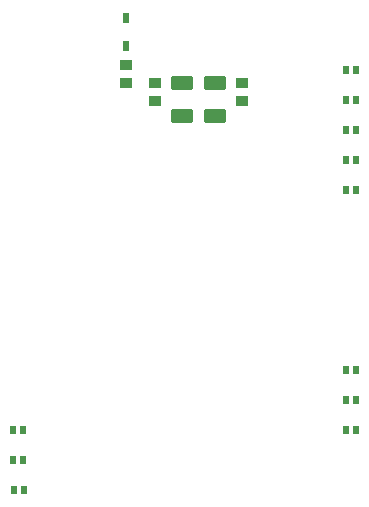
<source format=gtp>
%FSLAX25Y25*%
%MOIN*%
G70*
G01*
G75*
G04 Layer_Color=8421504*
%ADD10C,0.03937*%
G04:AMPARAMS|DCode=11|XSize=19.69mil|YSize=31.5mil|CornerRadius=0.98mil|HoleSize=0mil|Usage=FLASHONLY|Rotation=180.000|XOffset=0mil|YOffset=0mil|HoleType=Round|Shape=RoundedRectangle|*
%AMROUNDEDRECTD11*
21,1,0.01969,0.02953,0,0,180.0*
21,1,0.01772,0.03150,0,0,180.0*
1,1,0.00197,-0.00886,0.01476*
1,1,0.00197,0.00886,0.01476*
1,1,0.00197,0.00886,-0.01476*
1,1,0.00197,-0.00886,-0.01476*
%
%ADD11ROUNDEDRECTD11*%
G04:AMPARAMS|DCode=12|XSize=35.43mil|YSize=39.37mil|CornerRadius=1.77mil|HoleSize=0mil|Usage=FLASHONLY|Rotation=270.000|XOffset=0mil|YOffset=0mil|HoleType=Round|Shape=RoundedRectangle|*
%AMROUNDEDRECTD12*
21,1,0.03543,0.03583,0,0,270.0*
21,1,0.03189,0.03937,0,0,270.0*
1,1,0.00354,-0.01791,-0.01595*
1,1,0.00354,-0.01791,0.01595*
1,1,0.00354,0.01791,0.01595*
1,1,0.00354,0.01791,-0.01595*
%
%ADD12ROUNDEDRECTD12*%
G04:AMPARAMS|DCode=13|XSize=19.69mil|YSize=23.62mil|CornerRadius=0.98mil|HoleSize=0mil|Usage=FLASHONLY|Rotation=0.000|XOffset=0mil|YOffset=0mil|HoleType=Round|Shape=RoundedRectangle|*
%AMROUNDEDRECTD13*
21,1,0.01969,0.02165,0,0,0.0*
21,1,0.01772,0.02362,0,0,0.0*
1,1,0.00197,0.00886,-0.01083*
1,1,0.00197,-0.00886,-0.01083*
1,1,0.00197,-0.00886,0.01083*
1,1,0.00197,0.00886,0.01083*
%
%ADD13ROUNDEDRECTD13*%
G04:AMPARAMS|DCode=14|XSize=47.24mil|YSize=70.87mil|CornerRadius=4.72mil|HoleSize=0mil|Usage=FLASHONLY|Rotation=270.000|XOffset=0mil|YOffset=0mil|HoleType=Round|Shape=RoundedRectangle|*
%AMROUNDEDRECTD14*
21,1,0.04724,0.06142,0,0,270.0*
21,1,0.03780,0.07087,0,0,270.0*
1,1,0.00945,-0.03071,-0.01890*
1,1,0.00945,-0.03071,0.01890*
1,1,0.00945,0.03071,0.01890*
1,1,0.00945,0.03071,-0.01890*
%
%ADD14ROUNDEDRECTD14*%
G04:AMPARAMS|DCode=15|XSize=196.85mil|YSize=78.74mil|CornerRadius=3.94mil|HoleSize=0mil|Usage=FLASHONLY|Rotation=270.000|XOffset=0mil|YOffset=0mil|HoleType=Round|Shape=RoundedRectangle|*
%AMROUNDEDRECTD15*
21,1,0.19685,0.07087,0,0,270.0*
21,1,0.18898,0.07874,0,0,270.0*
1,1,0.00787,-0.03543,-0.09449*
1,1,0.00787,-0.03543,0.09449*
1,1,0.00787,0.03543,0.09449*
1,1,0.00787,0.03543,-0.09449*
%
%ADD15ROUNDEDRECTD15*%
%ADD16C,0.01969*%
%ADD17R,0.05906X0.05906*%
%ADD18C,0.05906*%
%ADD19R,0.05906X0.05906*%
%ADD20C,0.17500*%
%ADD21C,0.05000*%
G04:AMPARAMS|DCode=22|XSize=196.85mil|YSize=39.37mil|CornerRadius=1.97mil|HoleSize=0mil|Usage=FLASHONLY|Rotation=270.000|XOffset=0mil|YOffset=0mil|HoleType=Round|Shape=RoundedRectangle|*
%AMROUNDEDRECTD22*
21,1,0.19685,0.03543,0,0,270.0*
21,1,0.19291,0.03937,0,0,270.0*
1,1,0.00394,-0.01772,-0.09646*
1,1,0.00394,-0.01772,0.09646*
1,1,0.00394,0.01772,0.09646*
1,1,0.00394,0.01772,-0.09646*
%
%ADD22ROUNDEDRECTD22*%
G04:AMPARAMS|DCode=23|XSize=118.11mil|YSize=59.06mil|CornerRadius=2.95mil|HoleSize=0mil|Usage=FLASHONLY|Rotation=270.000|XOffset=0mil|YOffset=0mil|HoleType=Round|Shape=RoundedRectangle|*
%AMROUNDEDRECTD23*
21,1,0.11811,0.05315,0,0,270.0*
21,1,0.11221,0.05906,0,0,270.0*
1,1,0.00591,-0.02658,-0.05610*
1,1,0.00591,-0.02658,0.05610*
1,1,0.00591,0.02658,0.05610*
1,1,0.00591,0.02658,-0.05610*
%
%ADD23ROUNDEDRECTD23*%
%ADD24C,0.01575*%
%ADD25C,0.00787*%
%ADD26C,0.00394*%
%ADD27C,0.00492*%
%ADD28C,0.00100*%
%ADD29C,0.01000*%
D11*
X80000Y169276D02*
D03*
Y178724D02*
D03*
D12*
Y163000D02*
D03*
Y157000D02*
D03*
X118500Y151000D02*
D03*
Y157000D02*
D03*
X89700Y150800D02*
D03*
Y156800D02*
D03*
D13*
X42327Y41098D02*
D03*
X45673D02*
D03*
X42327Y31098D02*
D03*
X45673D02*
D03*
X42727Y21098D02*
D03*
X46073D02*
D03*
X156673Y61098D02*
D03*
X153327D02*
D03*
X156673Y51098D02*
D03*
X153327D02*
D03*
X156673Y41098D02*
D03*
X153327D02*
D03*
X156673Y161098D02*
D03*
X153327D02*
D03*
X156673Y151098D02*
D03*
X153327D02*
D03*
X156673Y141098D02*
D03*
X153327D02*
D03*
X156673Y131098D02*
D03*
X153327D02*
D03*
X156673Y121098D02*
D03*
X153327D02*
D03*
D14*
X98500Y157012D02*
D03*
Y145988D02*
D03*
X109500Y157012D02*
D03*
Y145988D02*
D03*
M02*

</source>
